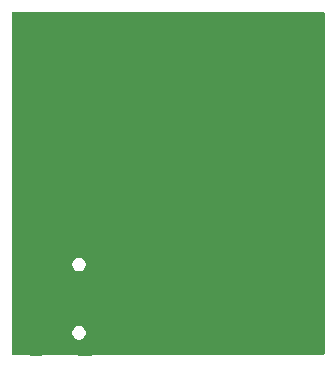
<source format=gbr>
%TF.GenerationSoftware,KiCad,Pcbnew,8.0.5*%
%TF.CreationDate,2025-02-04T19:21:07-06:00*%
%TF.ProjectId,Feather1268,46656174-6865-4723-9132-36382e6b6963,rev?*%
%TF.SameCoordinates,Original*%
%TF.FileFunction,Copper,L3,Inr*%
%TF.FilePolarity,Positive*%
%FSLAX46Y46*%
G04 Gerber Fmt 4.6, Leading zero omitted, Abs format (unit mm)*
G04 Created by KiCad (PCBNEW 8.0.5) date 2025-02-04 19:21:07*
%MOMM*%
%LPD*%
G01*
G04 APERTURE LIST*
%TA.AperFunction,ComponentPad*%
%ADD10C,0.970000*%
%TD*%
%TA.AperFunction,ComponentPad*%
%ADD11O,2.100000X1.000000*%
%TD*%
%TA.AperFunction,ComponentPad*%
%ADD12O,1.800000X1.000000*%
%TD*%
%TA.AperFunction,ViaPad*%
%ADD13C,0.600000*%
%TD*%
G04 APERTURE END LIST*
D10*
%TO.N,GND*%
%TO.C,J3*%
X125485000Y-32500000D03*
X118500000Y-32500000D03*
%TD*%
D11*
%TO.N,GND*%
%TO.C,J2*%
X123215000Y-47930000D03*
D12*
X119035000Y-47930000D03*
D11*
X123215000Y-56570000D03*
D12*
X119035000Y-56570000D03*
%TD*%
D10*
%TO.N,GND*%
%TO.C,J1*%
X131737500Y-32500000D03*
X138722500Y-32500000D03*
%TD*%
D13*
%TO.N,+3V3*%
X142100000Y-32775000D03*
X139500000Y-33600000D03*
X140325000Y-32775000D03*
X119388900Y-35825000D03*
%TD*%
%TA.AperFunction,Conductor*%
%TO.N,GND*%
G36*
X143458691Y-28019407D02*
G01*
X143494655Y-28068907D01*
X143499500Y-28099500D01*
X143499500Y-56900500D01*
X143480593Y-56958691D01*
X143431093Y-56994655D01*
X143400500Y-56999500D01*
X117099500Y-56999500D01*
X117041309Y-56980593D01*
X117005345Y-56931093D01*
X117000500Y-56900500D01*
X117000500Y-55064234D01*
X122139500Y-55064234D01*
X122139500Y-55215766D01*
X122174086Y-55344847D01*
X122178720Y-55362139D01*
X122254481Y-55493360D01*
X122254483Y-55493362D01*
X122254485Y-55493365D01*
X122361635Y-55600515D01*
X122361637Y-55600516D01*
X122361639Y-55600518D01*
X122492861Y-55676279D01*
X122492859Y-55676279D01*
X122492863Y-55676280D01*
X122492865Y-55676281D01*
X122639234Y-55715500D01*
X122639236Y-55715500D01*
X122790764Y-55715500D01*
X122790766Y-55715500D01*
X122937135Y-55676281D01*
X122937137Y-55676279D01*
X122937139Y-55676279D01*
X123068360Y-55600518D01*
X123068360Y-55600517D01*
X123068365Y-55600515D01*
X123175515Y-55493365D01*
X123251281Y-55362135D01*
X123290500Y-55215766D01*
X123290500Y-55064234D01*
X123251281Y-54917865D01*
X123251279Y-54917862D01*
X123251279Y-54917860D01*
X123175518Y-54786639D01*
X123175516Y-54786637D01*
X123175515Y-54786635D01*
X123068365Y-54679485D01*
X123068362Y-54679483D01*
X123068360Y-54679481D01*
X122937138Y-54603720D01*
X122937140Y-54603720D01*
X122880347Y-54588503D01*
X122790766Y-54564500D01*
X122639234Y-54564500D01*
X122549652Y-54588503D01*
X122492860Y-54603720D01*
X122361639Y-54679481D01*
X122254481Y-54786639D01*
X122178720Y-54917860D01*
X122178719Y-54917865D01*
X122139500Y-55064234D01*
X117000500Y-55064234D01*
X117000500Y-49284234D01*
X122139500Y-49284234D01*
X122139500Y-49435766D01*
X122174086Y-49564847D01*
X122178720Y-49582139D01*
X122254481Y-49713360D01*
X122254483Y-49713362D01*
X122254485Y-49713365D01*
X122361635Y-49820515D01*
X122361637Y-49820516D01*
X122361639Y-49820518D01*
X122492861Y-49896279D01*
X122492859Y-49896279D01*
X122492863Y-49896280D01*
X122492865Y-49896281D01*
X122639234Y-49935500D01*
X122639236Y-49935500D01*
X122790764Y-49935500D01*
X122790766Y-49935500D01*
X122937135Y-49896281D01*
X122937137Y-49896279D01*
X122937139Y-49896279D01*
X123068360Y-49820518D01*
X123068360Y-49820517D01*
X123068365Y-49820515D01*
X123175515Y-49713365D01*
X123251281Y-49582135D01*
X123290500Y-49435766D01*
X123290500Y-49284234D01*
X123251281Y-49137865D01*
X123251279Y-49137862D01*
X123251279Y-49137860D01*
X123175518Y-49006639D01*
X123175516Y-49006637D01*
X123175515Y-49006635D01*
X123068365Y-48899485D01*
X123068362Y-48899483D01*
X123068360Y-48899481D01*
X122937138Y-48823720D01*
X122937140Y-48823720D01*
X122880347Y-48808503D01*
X122790766Y-48784500D01*
X122639234Y-48784500D01*
X122549652Y-48808503D01*
X122492860Y-48823720D01*
X122361639Y-48899481D01*
X122254481Y-49006639D01*
X122178720Y-49137860D01*
X122178719Y-49137865D01*
X122139500Y-49284234D01*
X117000500Y-49284234D01*
X117000500Y-28099500D01*
X117019407Y-28041309D01*
X117068907Y-28005345D01*
X117099500Y-28000500D01*
X143400500Y-28000500D01*
X143458691Y-28019407D01*
G37*
%TD.AperFunction*%
%TD*%
M02*

</source>
